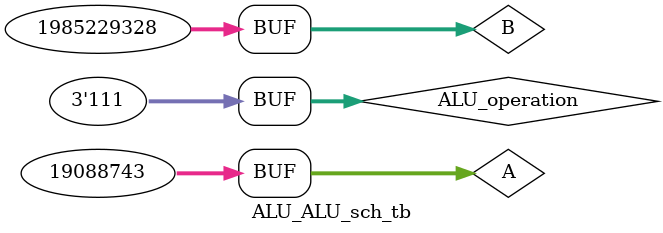
<source format=v>

`timescale 1ns / 1ps

module ALU_ALU_sch_tb();

// Inputs
   reg [31:0] A;
   reg [31:0] B;
   reg [2:0] ALU_operation;

// Output
   wire [31:0] res;
   wire overflow;
   wire zero;

// Bidirs

// Instantiate the UUT
   ALU UUT (
		.A(A), 
		.B(B), 
		.ALU_operation(ALU_operation), 
		.res(res), 
		.overflow(overflow), 
		.zero(zero)
   );
// Initialize Inputs
    initial begin
	A=32'b0;
	B=32'b0;
	ALU_operation =3'b000;
	#100;
	A=32'hA5A5A5A5;	B=32'h5A5A5A5A;	ALU_operation =3'b111;	#100;	ALU_operation =3'b110;	#100;	ALU_operation =3'b101;	#100;	ALU_operation =3'b100;	#100;	ALU_operation =3'b011;	#100;	ALU_operation =3'b010;	#100;	ALU_operation =3'b001;	#100;	ALU_operation =3'b000;	#100;	A=32'h01234567;	B=32'h76543210;	ALU_operation =3'b111;
	end

endmodule

</source>
